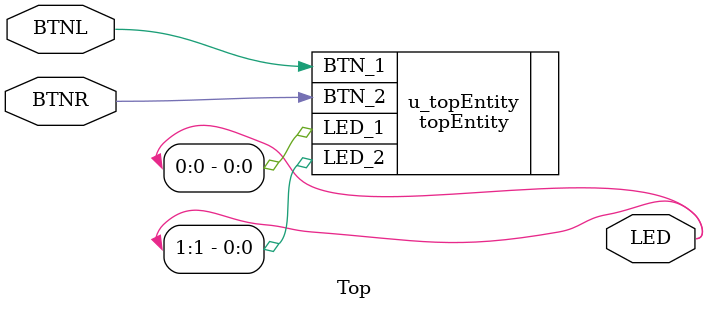
<source format=v>
module Top(input        BTNL,
           input        BTNR,
           output [1:0] LED
           );
   
   topEntity u_topEntity
     (.BTN_1(BTNL),
      .BTN_2(BTNR),
      .LED_1(LED[0]),
      .LED_2(LED[1])
      );
   
endmodule

</source>
